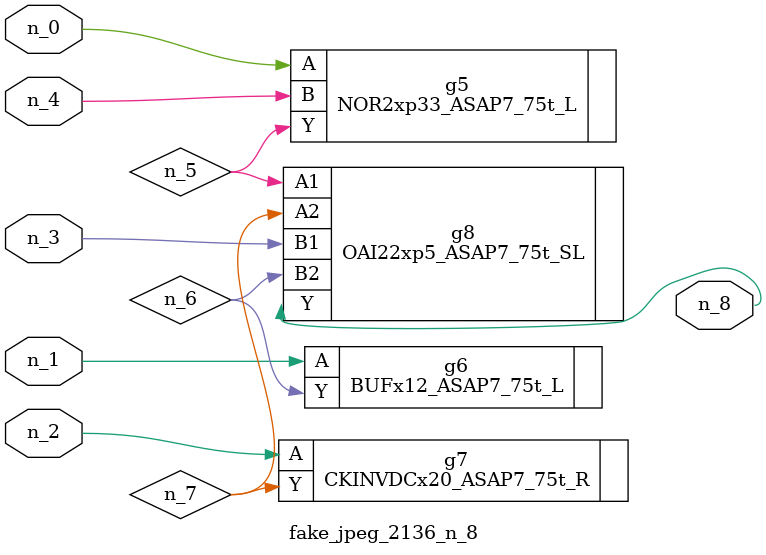
<source format=v>
module fake_jpeg_2136_n_8 (n_3, n_2, n_1, n_0, n_4, n_8);

input n_3;
input n_2;
input n_1;
input n_0;
input n_4;

output n_8;

wire n_6;
wire n_5;
wire n_7;

NOR2xp33_ASAP7_75t_L g5 ( 
.A(n_0),
.B(n_4),
.Y(n_5)
);

BUFx12_ASAP7_75t_L g6 ( 
.A(n_1),
.Y(n_6)
);

CKINVDCx20_ASAP7_75t_R g7 ( 
.A(n_2),
.Y(n_7)
);

OAI22xp5_ASAP7_75t_SL g8 ( 
.A1(n_5),
.A2(n_7),
.B1(n_3),
.B2(n_6),
.Y(n_8)
);


endmodule
</source>
